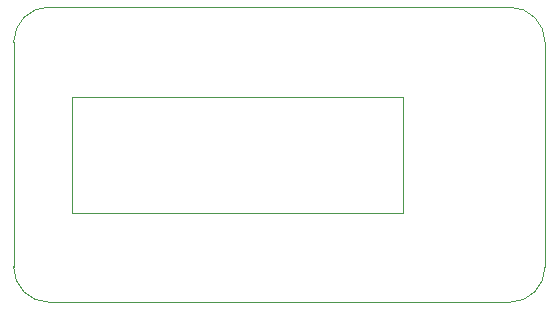
<source format=gm1>
%TF.GenerationSoftware,KiCad,Pcbnew,8.0.1*%
%TF.CreationDate,2024-09-21T06:00:00+02:00*%
%TF.ProjectId,PMW3360,504d5733-3336-4302-9e6b-696361645f70,rev?*%
%TF.SameCoordinates,Original*%
%TF.FileFunction,Profile,NP*%
%FSLAX46Y46*%
G04 Gerber Fmt 4.6, Leading zero omitted, Abs format (unit mm)*
G04 Created by KiCad (PCBNEW 8.0.1) date 2024-09-21 06:00:00*
%MOMM*%
%LPD*%
G01*
G04 APERTURE LIST*
%TA.AperFunction,Profile*%
%ADD10C,0.050000*%
%TD*%
%TA.AperFunction,Profile*%
%ADD11C,0.010000*%
%TD*%
G04 APERTURE END LIST*
D10*
X179000000Y-100000000D02*
X140000000Y-100000000D01*
X182000000Y-78000000D02*
X182000000Y-97000000D01*
X140000000Y-75000000D02*
X179000000Y-75000000D01*
X137000000Y-97000000D02*
X137000000Y-78000000D01*
X179000000Y-75000000D02*
G75*
G02*
X182000000Y-78000000I0J-3000000D01*
G01*
X182000000Y-97000000D02*
G75*
G02*
X179000000Y-100000000I-3000000J0D01*
G01*
X137000000Y-78000000D02*
G75*
G02*
X140000000Y-75000000I3000000J0D01*
G01*
X140000000Y-100000000D02*
G75*
G02*
X137000000Y-97000000I0J3000000D01*
G01*
D11*
X141940000Y-82625000D02*
X141940000Y-92475000D01*
X169940000Y-82625000D02*
X141940000Y-82625000D01*
X169940000Y-82625000D02*
X169940000Y-92475000D01*
X169940000Y-92475000D02*
X141940000Y-92475000D01*
M02*

</source>
